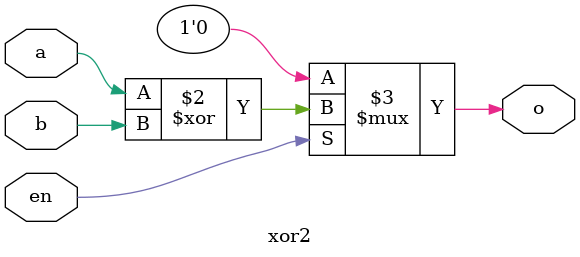
<source format=v>
`timescale 100ps / 1ps

module xor2(
 input a,b,en,
 output o

 );

assign o = (en == 1) ? (a^b) : 1'b0 ; 

endmodule

</source>
